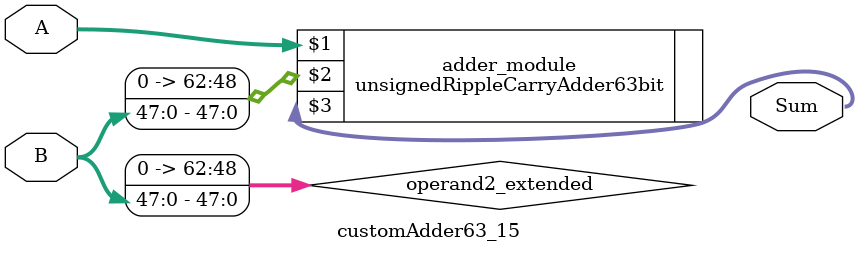
<source format=v>
module customAdder63_15(
                        input [62 : 0] A,
                        input [47 : 0] B,
                        
                        output [63 : 0] Sum
                );

        wire [62 : 0] operand2_extended;
        
        assign operand2_extended =  {15'b0, B};
        
        unsignedRippleCarryAdder63bit adder_module(
            A,
            operand2_extended,
            Sum
        );
        
        endmodule
        
</source>
